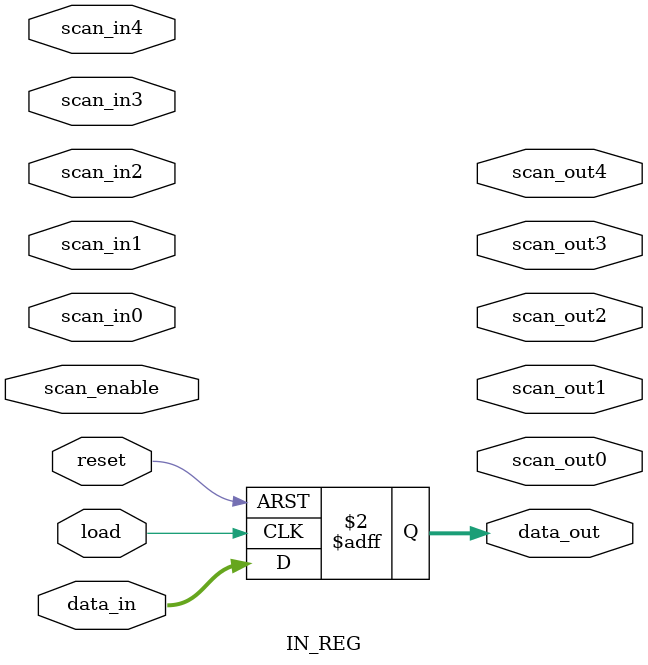
<source format=v>
module IN_REG(
	data_in,
	load,
	reset,
	data_out,
	scan_enable,
	scan_in0,
	scan_in1,
	scan_in2,
	scan_in3,
	scan_in4,
	scan_out0,
	scan_out1,
	scan_out2,
	scan_out3,
	scan_out4
	);

////////////////////////
// Inputs and outputs

input		scan_in0,
		scan_in1,
		scan_in2,
		scan_in3,
		scan_in4;

input	[7:0]	data_in;
input		load, scan_enable, reset;

output reg	[7:0]	data_out;
output	
	scan_out0,
	scan_out1,
	scan_out2,
	scan_out3,
	scan_out4;


always @(posedge load, posedge reset) begin
	if(reset)
	data_out <=0;
	else
	data_out <= data_in;
	end 

endmodule //end IN_REG

</source>
